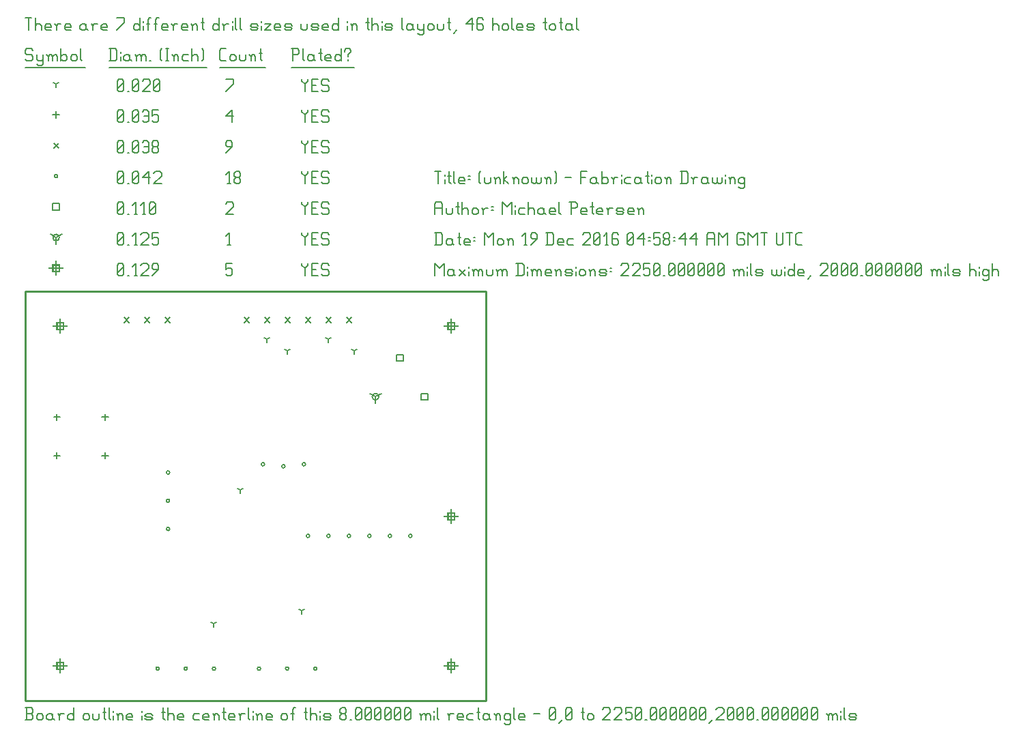
<source format=gbr>
G04 start of page 12 for group -3984 idx -3984 *
G04 Title: (unknown), fab *
G04 Creator: pcb 20140316 *
G04 CreationDate: Mon 19 Dec 2016 04:58:44 AM GMT UTC *
G04 For: railfan *
G04 Format: Gerber/RS-274X *
G04 PCB-Dimensions (mil): 2250.00 2000.00 *
G04 PCB-Coordinate-Origin: lower left *
%MOIN*%
%FSLAX25Y25*%
%LNFAB*%
%ADD69C,0.0100*%
%ADD68C,0.0060*%
%ADD67R,0.0080X0.0080*%
G54D67*X17000Y186200D02*Y179800D01*
X13800Y183000D02*X20200D01*
X15400Y184600D02*X18600D01*
X15400D02*Y181400D01*
X18600D01*
Y184600D02*Y181400D01*
X208000Y186200D02*Y179800D01*
X204800Y183000D02*X211200D01*
X206400Y184600D02*X209600D01*
X206400D02*Y181400D01*
X209600D01*
Y184600D02*Y181400D01*
X208000Y20200D02*Y13800D01*
X204800Y17000D02*X211200D01*
X206400Y18600D02*X209600D01*
X206400D02*Y15400D01*
X209600D01*
Y18600D02*Y15400D01*
X208000Y93200D02*Y86800D01*
X204800Y90000D02*X211200D01*
X206400Y91600D02*X209600D01*
X206400D02*Y88400D01*
X209600D01*
Y91600D02*Y88400D01*
X17000Y20200D02*Y13800D01*
X13800Y17000D02*X20200D01*
X15400Y18600D02*X18600D01*
X15400D02*Y15400D01*
X18600D01*
Y18600D02*Y15400D01*
X15000Y214450D02*Y208050D01*
X11800Y211250D02*X18200D01*
X13400Y212850D02*X16600D01*
X13400D02*Y209650D01*
X16600D01*
Y212850D02*Y209650D01*
G54D68*X135000Y213500D02*Y212750D01*
X136500Y211250D01*
X138000Y212750D01*
Y213500D02*Y212750D01*
X136500Y211250D02*Y207500D01*
X139800Y210500D02*X142050D01*
X139800Y207500D02*X142800D01*
X139800Y213500D02*Y207500D01*
Y213500D02*X142800D01*
X147600D02*X148350Y212750D01*
X145350Y213500D02*X147600D01*
X144600Y212750D02*X145350Y213500D01*
X144600Y212750D02*Y211250D01*
X145350Y210500D01*
X147600D01*
X148350Y209750D01*
Y208250D01*
X147600Y207500D02*X148350Y208250D01*
X145350Y207500D02*X147600D01*
X144600Y208250D02*X145350Y207500D01*
X98000Y213500D02*X101000D01*
X98000D02*Y210500D01*
X98750Y211250D01*
X100250D01*
X101000Y210500D01*
Y208250D01*
X100250Y207500D02*X101000Y208250D01*
X98750Y207500D02*X100250D01*
X98000Y208250D02*X98750Y207500D01*
X45000Y208250D02*X45750Y207500D01*
X45000Y212750D02*Y208250D01*
Y212750D02*X45750Y213500D01*
X47250D01*
X48000Y212750D01*
Y208250D01*
X47250Y207500D02*X48000Y208250D01*
X45750Y207500D02*X47250D01*
X45000Y209000D02*X48000Y212000D01*
X49800Y207500D02*X50550D01*
X53100D02*X54600D01*
X53850Y213500D02*Y207500D01*
X52350Y212000D02*X53850Y213500D01*
X56400Y212750D02*X57150Y213500D01*
X59400D01*
X60150Y212750D01*
Y211250D01*
X56400Y207500D02*X60150Y211250D01*
X56400Y207500D02*X60150D01*
X61950D02*X64950Y210500D01*
Y212750D02*Y210500D01*
X64200Y213500D02*X64950Y212750D01*
X62700Y213500D02*X64200D01*
X61950Y212750D02*X62700Y213500D01*
X61950Y212750D02*Y211250D01*
X62700Y210500D01*
X64950D01*
X171000Y148500D02*Y145300D01*
Y148500D02*X173773Y150100D01*
X171000Y148500D02*X168227Y150100D01*
X169400Y148500D02*G75*G03X172600Y148500I1600J0D01*G01*
G75*G03X169400Y148500I-1600J0D01*G01*
X15000Y226250D02*Y223050D01*
Y226250D02*X17773Y227850D01*
X15000Y226250D02*X12227Y227850D01*
X13400Y226250D02*G75*G03X16600Y226250I1600J0D01*G01*
G75*G03X13400Y226250I-1600J0D01*G01*
X135000Y228500D02*Y227750D01*
X136500Y226250D01*
X138000Y227750D01*
Y228500D02*Y227750D01*
X136500Y226250D02*Y222500D01*
X139800Y225500D02*X142050D01*
X139800Y222500D02*X142800D01*
X139800Y228500D02*Y222500D01*
Y228500D02*X142800D01*
X147600D02*X148350Y227750D01*
X145350Y228500D02*X147600D01*
X144600Y227750D02*X145350Y228500D01*
X144600Y227750D02*Y226250D01*
X145350Y225500D01*
X147600D01*
X148350Y224750D01*
Y223250D01*
X147600Y222500D02*X148350Y223250D01*
X145350Y222500D02*X147600D01*
X144600Y223250D02*X145350Y222500D01*
X98750D02*X100250D01*
X99500Y228500D02*Y222500D01*
X98000Y227000D02*X99500Y228500D01*
X45000Y223250D02*X45750Y222500D01*
X45000Y227750D02*Y223250D01*
Y227750D02*X45750Y228500D01*
X47250D01*
X48000Y227750D01*
Y223250D01*
X47250Y222500D02*X48000Y223250D01*
X45750Y222500D02*X47250D01*
X45000Y224000D02*X48000Y227000D01*
X49800Y222500D02*X50550D01*
X53100D02*X54600D01*
X53850Y228500D02*Y222500D01*
X52350Y227000D02*X53850Y228500D01*
X56400Y227750D02*X57150Y228500D01*
X59400D01*
X60150Y227750D01*
Y226250D01*
X56400Y222500D02*X60150Y226250D01*
X56400Y222500D02*X60150D01*
X61950Y228500D02*X64950D01*
X61950D02*Y225500D01*
X62700Y226250D01*
X64200D01*
X64950Y225500D01*
Y223250D01*
X64200Y222500D02*X64950Y223250D01*
X62700Y222500D02*X64200D01*
X61950Y223250D02*X62700Y222500D01*
X193400Y150100D02*X196600D01*
X193400D02*Y146900D01*
X196600D01*
Y150100D02*Y146900D01*
X181400Y169100D02*X184600D01*
X181400D02*Y165900D01*
X184600D01*
Y169100D02*Y165900D01*
X13400Y242850D02*X16600D01*
X13400D02*Y239650D01*
X16600D01*
Y242850D02*Y239650D01*
X135000Y243500D02*Y242750D01*
X136500Y241250D01*
X138000Y242750D01*
Y243500D02*Y242750D01*
X136500Y241250D02*Y237500D01*
X139800Y240500D02*X142050D01*
X139800Y237500D02*X142800D01*
X139800Y243500D02*Y237500D01*
Y243500D02*X142800D01*
X147600D02*X148350Y242750D01*
X145350Y243500D02*X147600D01*
X144600Y242750D02*X145350Y243500D01*
X144600Y242750D02*Y241250D01*
X145350Y240500D01*
X147600D01*
X148350Y239750D01*
Y238250D01*
X147600Y237500D02*X148350Y238250D01*
X145350Y237500D02*X147600D01*
X144600Y238250D02*X145350Y237500D01*
X98000Y242750D02*X98750Y243500D01*
X101000D01*
X101750Y242750D01*
Y241250D01*
X98000Y237500D02*X101750Y241250D01*
X98000Y237500D02*X101750D01*
X45000Y238250D02*X45750Y237500D01*
X45000Y242750D02*Y238250D01*
Y242750D02*X45750Y243500D01*
X47250D01*
X48000Y242750D01*
Y238250D01*
X47250Y237500D02*X48000Y238250D01*
X45750Y237500D02*X47250D01*
X45000Y239000D02*X48000Y242000D01*
X49800Y237500D02*X50550D01*
X53100D02*X54600D01*
X53850Y243500D02*Y237500D01*
X52350Y242000D02*X53850Y243500D01*
X57150Y237500D02*X58650D01*
X57900Y243500D02*Y237500D01*
X56400Y242000D02*X57900Y243500D01*
X60450Y238250D02*X61200Y237500D01*
X60450Y242750D02*Y238250D01*
Y242750D02*X61200Y243500D01*
X62700D01*
X63450Y242750D01*
Y238250D01*
X62700Y237500D02*X63450Y238250D01*
X61200Y237500D02*X62700D01*
X60450Y239000D02*X63450Y242000D01*
X137200Y80500D02*G75*G03X138800Y80500I800J0D01*G01*
G75*G03X137200Y80500I-800J0D01*G01*
X157200D02*G75*G03X158800Y80500I800J0D01*G01*
G75*G03X157200Y80500I-800J0D01*G01*
X167200D02*G75*G03X168800Y80500I800J0D01*G01*
G75*G03X167200Y80500I-800J0D01*G01*
X177200D02*G75*G03X178800Y80500I800J0D01*G01*
G75*G03X177200Y80500I-800J0D01*G01*
X187200D02*G75*G03X188800Y80500I800J0D01*G01*
G75*G03X187200Y80500I-800J0D01*G01*
X147200D02*G75*G03X148800Y80500I800J0D01*G01*
G75*G03X147200Y80500I-800J0D01*G01*
X115200Y115500D02*G75*G03X116800Y115500I800J0D01*G01*
G75*G03X115200Y115500I-800J0D01*G01*
X135200D02*G75*G03X136800Y115500I800J0D01*G01*
G75*G03X135200Y115500I-800J0D01*G01*
X125200Y114500D02*G75*G03X126800Y114500I800J0D01*G01*
G75*G03X125200Y114500I-800J0D01*G01*
X68873Y111445D02*G75*G03X70473Y111445I800J0D01*G01*
G75*G03X68873Y111445I-800J0D01*G01*
Y97665D02*G75*G03X70473Y97665I800J0D01*G01*
G75*G03X68873Y97665I-800J0D01*G01*
Y83886D02*G75*G03X70473Y83886I800J0D01*G01*
G75*G03X68873Y83886I-800J0D01*G01*
X63755Y15673D02*G75*G03X65355Y15673I800J0D01*G01*
G75*G03X63755Y15673I-800J0D01*G01*
X77535D02*G75*G03X79135Y15673I800J0D01*G01*
G75*G03X77535Y15673I-800J0D01*G01*
X91314D02*G75*G03X92914Y15673I800J0D01*G01*
G75*G03X91314Y15673I-800J0D01*G01*
X113255D02*G75*G03X114855Y15673I800J0D01*G01*
G75*G03X113255Y15673I-800J0D01*G01*
X127035D02*G75*G03X128635Y15673I800J0D01*G01*
G75*G03X127035Y15673I-800J0D01*G01*
X140814D02*G75*G03X142414Y15673I800J0D01*G01*
G75*G03X140814Y15673I-800J0D01*G01*
X14200Y256250D02*G75*G03X15800Y256250I800J0D01*G01*
G75*G03X14200Y256250I-800J0D01*G01*
X135000Y258500D02*Y257750D01*
X136500Y256250D01*
X138000Y257750D01*
Y258500D02*Y257750D01*
X136500Y256250D02*Y252500D01*
X139800Y255500D02*X142050D01*
X139800Y252500D02*X142800D01*
X139800Y258500D02*Y252500D01*
Y258500D02*X142800D01*
X147600D02*X148350Y257750D01*
X145350Y258500D02*X147600D01*
X144600Y257750D02*X145350Y258500D01*
X144600Y257750D02*Y256250D01*
X145350Y255500D01*
X147600D01*
X148350Y254750D01*
Y253250D01*
X147600Y252500D02*X148350Y253250D01*
X145350Y252500D02*X147600D01*
X144600Y253250D02*X145350Y252500D01*
X98750D02*X100250D01*
X99500Y258500D02*Y252500D01*
X98000Y257000D02*X99500Y258500D01*
X102050Y253250D02*X102800Y252500D01*
X102050Y254750D02*Y253250D01*
Y254750D02*X102800Y255500D01*
X104300D01*
X105050Y254750D01*
Y253250D01*
X104300Y252500D02*X105050Y253250D01*
X102800Y252500D02*X104300D01*
X102050Y256250D02*X102800Y255500D01*
X102050Y257750D02*Y256250D01*
Y257750D02*X102800Y258500D01*
X104300D01*
X105050Y257750D01*
Y256250D01*
X104300Y255500D02*X105050Y256250D01*
X45000Y253250D02*X45750Y252500D01*
X45000Y257750D02*Y253250D01*
Y257750D02*X45750Y258500D01*
X47250D01*
X48000Y257750D01*
Y253250D01*
X47250Y252500D02*X48000Y253250D01*
X45750Y252500D02*X47250D01*
X45000Y254000D02*X48000Y257000D01*
X49800Y252500D02*X50550D01*
X52350Y253250D02*X53100Y252500D01*
X52350Y257750D02*Y253250D01*
Y257750D02*X53100Y258500D01*
X54600D01*
X55350Y257750D01*
Y253250D01*
X54600Y252500D02*X55350Y253250D01*
X53100Y252500D02*X54600D01*
X52350Y254000D02*X55350Y257000D01*
X57150Y255500D02*X60150Y258500D01*
X57150Y255500D02*X60900D01*
X60150Y258500D02*Y252500D01*
X62700Y257750D02*X63450Y258500D01*
X65700D01*
X66450Y257750D01*
Y256250D01*
X62700Y252500D02*X66450Y256250D01*
X62700Y252500D02*X66450D01*
X48300Y187200D02*X50700Y184800D01*
X48300D02*X50700Y187200D01*
X58300D02*X60700Y184800D01*
X58300D02*X60700Y187200D01*
X68300D02*X70700Y184800D01*
X68300D02*X70700Y187200D01*
X156800D02*X159200Y184800D01*
X156800D02*X159200Y187200D01*
X146800D02*X149200Y184800D01*
X146800D02*X149200Y187200D01*
X136800D02*X139200Y184800D01*
X136800D02*X139200Y187200D01*
X126800D02*X129200Y184800D01*
X126800D02*X129200Y187200D01*
X116800D02*X119200Y184800D01*
X116800D02*X119200Y187200D01*
X106800D02*X109200Y184800D01*
X106800D02*X109200Y187200D01*
X13800Y272450D02*X16200Y270050D01*
X13800D02*X16200Y272450D01*
X135000Y273500D02*Y272750D01*
X136500Y271250D01*
X138000Y272750D01*
Y273500D02*Y272750D01*
X136500Y271250D02*Y267500D01*
X139800Y270500D02*X142050D01*
X139800Y267500D02*X142800D01*
X139800Y273500D02*Y267500D01*
Y273500D02*X142800D01*
X147600D02*X148350Y272750D01*
X145350Y273500D02*X147600D01*
X144600Y272750D02*X145350Y273500D01*
X144600Y272750D02*Y271250D01*
X145350Y270500D01*
X147600D01*
X148350Y269750D01*
Y268250D01*
X147600Y267500D02*X148350Y268250D01*
X145350Y267500D02*X147600D01*
X144600Y268250D02*X145350Y267500D01*
X98000D02*X101000Y270500D01*
Y272750D02*Y270500D01*
X100250Y273500D02*X101000Y272750D01*
X98750Y273500D02*X100250D01*
X98000Y272750D02*X98750Y273500D01*
X98000Y272750D02*Y271250D01*
X98750Y270500D01*
X101000D01*
X45000Y268250D02*X45750Y267500D01*
X45000Y272750D02*Y268250D01*
Y272750D02*X45750Y273500D01*
X47250D01*
X48000Y272750D01*
Y268250D01*
X47250Y267500D02*X48000Y268250D01*
X45750Y267500D02*X47250D01*
X45000Y269000D02*X48000Y272000D01*
X49800Y267500D02*X50550D01*
X52350Y268250D02*X53100Y267500D01*
X52350Y272750D02*Y268250D01*
Y272750D02*X53100Y273500D01*
X54600D01*
X55350Y272750D01*
Y268250D01*
X54600Y267500D02*X55350Y268250D01*
X53100Y267500D02*X54600D01*
X52350Y269000D02*X55350Y272000D01*
X57150Y272750D02*X57900Y273500D01*
X59400D01*
X60150Y272750D01*
Y268250D01*
X59400Y267500D02*X60150Y268250D01*
X57900Y267500D02*X59400D01*
X57150Y268250D02*X57900Y267500D01*
Y270500D02*X60150D01*
X61950Y268250D02*X62700Y267500D01*
X61950Y269750D02*Y268250D01*
Y269750D02*X62700Y270500D01*
X64200D01*
X64950Y269750D01*
Y268250D01*
X64200Y267500D02*X64950Y268250D01*
X62700Y267500D02*X64200D01*
X61950Y271250D02*X62700Y270500D01*
X61950Y272750D02*Y271250D01*
Y272750D02*X62700Y273500D01*
X64200D01*
X64950Y272750D01*
Y271250D01*
X64200Y270500D02*X64950Y271250D01*
X15400Y121400D02*Y118200D01*
X13800Y119800D02*X17000D01*
X39000Y121400D02*Y118200D01*
X37400Y119800D02*X40600D01*
X15400Y140100D02*Y136900D01*
X13800Y138500D02*X17000D01*
X39000Y140100D02*Y136900D01*
X37400Y138500D02*X40600D01*
X15000Y287850D02*Y284650D01*
X13400Y286250D02*X16600D01*
X135000Y288500D02*Y287750D01*
X136500Y286250D01*
X138000Y287750D01*
Y288500D02*Y287750D01*
X136500Y286250D02*Y282500D01*
X139800Y285500D02*X142050D01*
X139800Y282500D02*X142800D01*
X139800Y288500D02*Y282500D01*
Y288500D02*X142800D01*
X147600D02*X148350Y287750D01*
X145350Y288500D02*X147600D01*
X144600Y287750D02*X145350Y288500D01*
X144600Y287750D02*Y286250D01*
X145350Y285500D01*
X147600D01*
X148350Y284750D01*
Y283250D01*
X147600Y282500D02*X148350Y283250D01*
X145350Y282500D02*X147600D01*
X144600Y283250D02*X145350Y282500D01*
X98000Y285500D02*X101000Y288500D01*
X98000Y285500D02*X101750D01*
X101000Y288500D02*Y282500D01*
X45000Y283250D02*X45750Y282500D01*
X45000Y287750D02*Y283250D01*
Y287750D02*X45750Y288500D01*
X47250D01*
X48000Y287750D01*
Y283250D01*
X47250Y282500D02*X48000Y283250D01*
X45750Y282500D02*X47250D01*
X45000Y284000D02*X48000Y287000D01*
X49800Y282500D02*X50550D01*
X52350Y283250D02*X53100Y282500D01*
X52350Y287750D02*Y283250D01*
Y287750D02*X53100Y288500D01*
X54600D01*
X55350Y287750D01*
Y283250D01*
X54600Y282500D02*X55350Y283250D01*
X53100Y282500D02*X54600D01*
X52350Y284000D02*X55350Y287000D01*
X57150Y287750D02*X57900Y288500D01*
X59400D01*
X60150Y287750D01*
Y283250D01*
X59400Y282500D02*X60150Y283250D01*
X57900Y282500D02*X59400D01*
X57150Y283250D02*X57900Y282500D01*
Y285500D02*X60150D01*
X61950Y288500D02*X64950D01*
X61950D02*Y285500D01*
X62700Y286250D01*
X64200D01*
X64950Y285500D01*
Y283250D01*
X64200Y282500D02*X64950Y283250D01*
X62700Y282500D02*X64200D01*
X61950Y283250D02*X62700Y282500D01*
X148000Y176500D02*Y174900D01*
Y176500D02*X149387Y177300D01*
X148000Y176500D02*X146613Y177300D01*
X118000Y176500D02*Y174900D01*
Y176500D02*X119387Y177300D01*
X118000Y176500D02*X116613Y177300D01*
X128000Y171000D02*Y169400D01*
Y171000D02*X129387Y171800D01*
X128000Y171000D02*X126613Y171800D01*
X160500Y171000D02*Y169400D01*
Y171000D02*X161887Y171800D01*
X160500Y171000D02*X159113Y171800D01*
X105000Y103000D02*Y101400D01*
Y103000D02*X106387Y103800D01*
X105000Y103000D02*X103613Y103800D01*
X92000Y37500D02*Y35900D01*
Y37500D02*X93387Y38300D01*
X92000Y37500D02*X90613Y38300D01*
X135000Y44000D02*Y42400D01*
Y44000D02*X136387Y44800D01*
X135000Y44000D02*X133613Y44800D01*
X15000Y301250D02*Y299650D01*
Y301250D02*X16387Y302050D01*
X15000Y301250D02*X13613Y302050D01*
X135000Y303500D02*Y302750D01*
X136500Y301250D01*
X138000Y302750D01*
Y303500D02*Y302750D01*
X136500Y301250D02*Y297500D01*
X139800Y300500D02*X142050D01*
X139800Y297500D02*X142800D01*
X139800Y303500D02*Y297500D01*
Y303500D02*X142800D01*
X147600D02*X148350Y302750D01*
X145350Y303500D02*X147600D01*
X144600Y302750D02*X145350Y303500D01*
X144600Y302750D02*Y301250D01*
X145350Y300500D01*
X147600D01*
X148350Y299750D01*
Y298250D01*
X147600Y297500D02*X148350Y298250D01*
X145350Y297500D02*X147600D01*
X144600Y298250D02*X145350Y297500D01*
X98000D02*X101750Y301250D01*
Y303500D02*Y301250D01*
X98000Y303500D02*X101750D01*
X45000Y298250D02*X45750Y297500D01*
X45000Y302750D02*Y298250D01*
Y302750D02*X45750Y303500D01*
X47250D01*
X48000Y302750D01*
Y298250D01*
X47250Y297500D02*X48000Y298250D01*
X45750Y297500D02*X47250D01*
X45000Y299000D02*X48000Y302000D01*
X49800Y297500D02*X50550D01*
X52350Y298250D02*X53100Y297500D01*
X52350Y302750D02*Y298250D01*
Y302750D02*X53100Y303500D01*
X54600D01*
X55350Y302750D01*
Y298250D01*
X54600Y297500D02*X55350Y298250D01*
X53100Y297500D02*X54600D01*
X52350Y299000D02*X55350Y302000D01*
X57150Y302750D02*X57900Y303500D01*
X60150D01*
X60900Y302750D01*
Y301250D01*
X57150Y297500D02*X60900Y301250D01*
X57150Y297500D02*X60900D01*
X62700Y298250D02*X63450Y297500D01*
X62700Y302750D02*Y298250D01*
Y302750D02*X63450Y303500D01*
X64950D01*
X65700Y302750D01*
Y298250D01*
X64950Y297500D02*X65700Y298250D01*
X63450Y297500D02*X64950D01*
X62700Y299000D02*X65700Y302000D01*
X3000Y318500D02*X3750Y317750D01*
X750Y318500D02*X3000D01*
X0Y317750D02*X750Y318500D01*
X0Y317750D02*Y316250D01*
X750Y315500D01*
X3000D01*
X3750Y314750D01*
Y313250D01*
X3000Y312500D02*X3750Y313250D01*
X750Y312500D02*X3000D01*
X0Y313250D02*X750Y312500D01*
X5550Y315500D02*Y313250D01*
X6300Y312500D01*
X8550Y315500D02*Y311000D01*
X7800Y310250D02*X8550Y311000D01*
X6300Y310250D02*X7800D01*
X5550Y311000D02*X6300Y310250D01*
Y312500D02*X7800D01*
X8550Y313250D01*
X11100Y314750D02*Y312500D01*
Y314750D02*X11850Y315500D01*
X12600D01*
X13350Y314750D01*
Y312500D01*
Y314750D02*X14100Y315500D01*
X14850D01*
X15600Y314750D01*
Y312500D01*
X10350Y315500D02*X11100Y314750D01*
X17400Y318500D02*Y312500D01*
Y313250D02*X18150Y312500D01*
X19650D01*
X20400Y313250D01*
Y314750D02*Y313250D01*
X19650Y315500D02*X20400Y314750D01*
X18150Y315500D02*X19650D01*
X17400Y314750D02*X18150Y315500D01*
X22200Y314750D02*Y313250D01*
Y314750D02*X22950Y315500D01*
X24450D01*
X25200Y314750D01*
Y313250D01*
X24450Y312500D02*X25200Y313250D01*
X22950Y312500D02*X24450D01*
X22200Y313250D02*X22950Y312500D01*
X27000Y318500D02*Y313250D01*
X27750Y312500D01*
X0Y309250D02*X29250D01*
X41750Y318500D02*Y312500D01*
X44000Y318500D02*X44750Y317750D01*
Y313250D01*
X44000Y312500D02*X44750Y313250D01*
X41000Y312500D02*X44000D01*
X41000Y318500D02*X44000D01*
X46550Y317000D02*Y316250D01*
Y314750D02*Y312500D01*
X50300Y315500D02*X51050Y314750D01*
X48800Y315500D02*X50300D01*
X48050Y314750D02*X48800Y315500D01*
X48050Y314750D02*Y313250D01*
X48800Y312500D01*
X51050Y315500D02*Y313250D01*
X51800Y312500D01*
X48800D02*X50300D01*
X51050Y313250D01*
X54350Y314750D02*Y312500D01*
Y314750D02*X55100Y315500D01*
X55850D01*
X56600Y314750D01*
Y312500D01*
Y314750D02*X57350Y315500D01*
X58100D01*
X58850Y314750D01*
Y312500D01*
X53600Y315500D02*X54350Y314750D01*
X60650Y312500D02*X61400D01*
X65900Y313250D02*X66650Y312500D01*
X65900Y317750D02*X66650Y318500D01*
X65900Y317750D02*Y313250D01*
X68450Y318500D02*X69950D01*
X69200D02*Y312500D01*
X68450D02*X69950D01*
X72500Y314750D02*Y312500D01*
Y314750D02*X73250Y315500D01*
X74000D01*
X74750Y314750D01*
Y312500D01*
X71750Y315500D02*X72500Y314750D01*
X77300Y315500D02*X79550D01*
X76550Y314750D02*X77300Y315500D01*
X76550Y314750D02*Y313250D01*
X77300Y312500D01*
X79550D01*
X81350Y318500D02*Y312500D01*
Y314750D02*X82100Y315500D01*
X83600D01*
X84350Y314750D01*
Y312500D01*
X86150Y318500D02*X86900Y317750D01*
Y313250D01*
X86150Y312500D02*X86900Y313250D01*
X41000Y309250D02*X88700D01*
X95750Y312500D02*X98000D01*
X95000Y313250D02*X95750Y312500D01*
X95000Y317750D02*Y313250D01*
Y317750D02*X95750Y318500D01*
X98000D01*
X99800Y314750D02*Y313250D01*
Y314750D02*X100550Y315500D01*
X102050D01*
X102800Y314750D01*
Y313250D01*
X102050Y312500D02*X102800Y313250D01*
X100550Y312500D02*X102050D01*
X99800Y313250D02*X100550Y312500D01*
X104600Y315500D02*Y313250D01*
X105350Y312500D01*
X106850D01*
X107600Y313250D01*
Y315500D02*Y313250D01*
X110150Y314750D02*Y312500D01*
Y314750D02*X110900Y315500D01*
X111650D01*
X112400Y314750D01*
Y312500D01*
X109400Y315500D02*X110150Y314750D01*
X114950Y318500D02*Y313250D01*
X115700Y312500D01*
X114200Y316250D02*X115700D01*
X95000Y309250D02*X117200D01*
X130750Y318500D02*Y312500D01*
X130000Y318500D02*X133000D01*
X133750Y317750D01*
Y316250D01*
X133000Y315500D02*X133750Y316250D01*
X130750Y315500D02*X133000D01*
X135550Y318500D02*Y313250D01*
X136300Y312500D01*
X140050Y315500D02*X140800Y314750D01*
X138550Y315500D02*X140050D01*
X137800Y314750D02*X138550Y315500D01*
X137800Y314750D02*Y313250D01*
X138550Y312500D01*
X140800Y315500D02*Y313250D01*
X141550Y312500D01*
X138550D02*X140050D01*
X140800Y313250D01*
X144100Y318500D02*Y313250D01*
X144850Y312500D01*
X143350Y316250D02*X144850D01*
X147100Y312500D02*X149350D01*
X146350Y313250D02*X147100Y312500D01*
X146350Y314750D02*Y313250D01*
Y314750D02*X147100Y315500D01*
X148600D01*
X149350Y314750D01*
X146350Y314000D02*X149350D01*
Y314750D02*Y314000D01*
X154150Y318500D02*Y312500D01*
X153400D02*X154150Y313250D01*
X151900Y312500D02*X153400D01*
X151150Y313250D02*X151900Y312500D01*
X151150Y314750D02*Y313250D01*
Y314750D02*X151900Y315500D01*
X153400D01*
X154150Y314750D01*
X157450Y315500D02*Y314750D01*
Y313250D02*Y312500D01*
X155950Y317750D02*Y317000D01*
Y317750D02*X156700Y318500D01*
X158200D01*
X158950Y317750D01*
Y317000D01*
X157450Y315500D02*X158950Y317000D01*
X130000Y309250D02*X160750D01*
X0Y333500D02*X3000D01*
X1500D02*Y327500D01*
X4800Y333500D02*Y327500D01*
Y329750D02*X5550Y330500D01*
X7050D01*
X7800Y329750D01*
Y327500D01*
X10350D02*X12600D01*
X9600Y328250D02*X10350Y327500D01*
X9600Y329750D02*Y328250D01*
Y329750D02*X10350Y330500D01*
X11850D01*
X12600Y329750D01*
X9600Y329000D02*X12600D01*
Y329750D02*Y329000D01*
X15150Y329750D02*Y327500D01*
Y329750D02*X15900Y330500D01*
X17400D01*
X14400D02*X15150Y329750D01*
X19950Y327500D02*X22200D01*
X19200Y328250D02*X19950Y327500D01*
X19200Y329750D02*Y328250D01*
Y329750D02*X19950Y330500D01*
X21450D01*
X22200Y329750D01*
X19200Y329000D02*X22200D01*
Y329750D02*Y329000D01*
X28950Y330500D02*X29700Y329750D01*
X27450Y330500D02*X28950D01*
X26700Y329750D02*X27450Y330500D01*
X26700Y329750D02*Y328250D01*
X27450Y327500D01*
X29700Y330500D02*Y328250D01*
X30450Y327500D01*
X27450D02*X28950D01*
X29700Y328250D01*
X33000Y329750D02*Y327500D01*
Y329750D02*X33750Y330500D01*
X35250D01*
X32250D02*X33000Y329750D01*
X37800Y327500D02*X40050D01*
X37050Y328250D02*X37800Y327500D01*
X37050Y329750D02*Y328250D01*
Y329750D02*X37800Y330500D01*
X39300D01*
X40050Y329750D01*
X37050Y329000D02*X40050D01*
Y329750D02*Y329000D01*
X44550Y327500D02*X48300Y331250D01*
Y333500D02*Y331250D01*
X44550Y333500D02*X48300D01*
X55800D02*Y327500D01*
X55050D02*X55800Y328250D01*
X53550Y327500D02*X55050D01*
X52800Y328250D02*X53550Y327500D01*
X52800Y329750D02*Y328250D01*
Y329750D02*X53550Y330500D01*
X55050D01*
X55800Y329750D01*
X57600Y332000D02*Y331250D01*
Y329750D02*Y327500D01*
X59850Y332750D02*Y327500D01*
Y332750D02*X60600Y333500D01*
X61350D01*
X59100Y330500D02*X60600D01*
X63600Y332750D02*Y327500D01*
Y332750D02*X64350Y333500D01*
X65100D01*
X62850Y330500D02*X64350D01*
X67350Y327500D02*X69600D01*
X66600Y328250D02*X67350Y327500D01*
X66600Y329750D02*Y328250D01*
Y329750D02*X67350Y330500D01*
X68850D01*
X69600Y329750D01*
X66600Y329000D02*X69600D01*
Y329750D02*Y329000D01*
X72150Y329750D02*Y327500D01*
Y329750D02*X72900Y330500D01*
X74400D01*
X71400D02*X72150Y329750D01*
X76950Y327500D02*X79200D01*
X76200Y328250D02*X76950Y327500D01*
X76200Y329750D02*Y328250D01*
Y329750D02*X76950Y330500D01*
X78450D01*
X79200Y329750D01*
X76200Y329000D02*X79200D01*
Y329750D02*Y329000D01*
X81750Y329750D02*Y327500D01*
Y329750D02*X82500Y330500D01*
X83250D01*
X84000Y329750D01*
Y327500D01*
X81000Y330500D02*X81750Y329750D01*
X86550Y333500D02*Y328250D01*
X87300Y327500D01*
X85800Y331250D02*X87300D01*
X94500Y333500D02*Y327500D01*
X93750D02*X94500Y328250D01*
X92250Y327500D02*X93750D01*
X91500Y328250D02*X92250Y327500D01*
X91500Y329750D02*Y328250D01*
Y329750D02*X92250Y330500D01*
X93750D01*
X94500Y329750D01*
X97050D02*Y327500D01*
Y329750D02*X97800Y330500D01*
X99300D01*
X96300D02*X97050Y329750D01*
X101100Y332000D02*Y331250D01*
Y329750D02*Y327500D01*
X102600Y333500D02*Y328250D01*
X103350Y327500D01*
X104850Y333500D02*Y328250D01*
X105600Y327500D01*
X110550D02*X112800D01*
X113550Y328250D01*
X112800Y329000D02*X113550Y328250D01*
X110550Y329000D02*X112800D01*
X109800Y329750D02*X110550Y329000D01*
X109800Y329750D02*X110550Y330500D01*
X112800D01*
X113550Y329750D01*
X109800Y328250D02*X110550Y327500D01*
X115350Y332000D02*Y331250D01*
Y329750D02*Y327500D01*
X116850Y330500D02*X119850D01*
X116850Y327500D02*X119850Y330500D01*
X116850Y327500D02*X119850D01*
X122400D02*X124650D01*
X121650Y328250D02*X122400Y327500D01*
X121650Y329750D02*Y328250D01*
Y329750D02*X122400Y330500D01*
X123900D01*
X124650Y329750D01*
X121650Y329000D02*X124650D01*
Y329750D02*Y329000D01*
X127200Y327500D02*X129450D01*
X130200Y328250D01*
X129450Y329000D02*X130200Y328250D01*
X127200Y329000D02*X129450D01*
X126450Y329750D02*X127200Y329000D01*
X126450Y329750D02*X127200Y330500D01*
X129450D01*
X130200Y329750D01*
X126450Y328250D02*X127200Y327500D01*
X134700Y330500D02*Y328250D01*
X135450Y327500D01*
X136950D01*
X137700Y328250D01*
Y330500D02*Y328250D01*
X140250Y327500D02*X142500D01*
X143250Y328250D01*
X142500Y329000D02*X143250Y328250D01*
X140250Y329000D02*X142500D01*
X139500Y329750D02*X140250Y329000D01*
X139500Y329750D02*X140250Y330500D01*
X142500D01*
X143250Y329750D01*
X139500Y328250D02*X140250Y327500D01*
X145800D02*X148050D01*
X145050Y328250D02*X145800Y327500D01*
X145050Y329750D02*Y328250D01*
Y329750D02*X145800Y330500D01*
X147300D01*
X148050Y329750D01*
X145050Y329000D02*X148050D01*
Y329750D02*Y329000D01*
X152850Y333500D02*Y327500D01*
X152100D02*X152850Y328250D01*
X150600Y327500D02*X152100D01*
X149850Y328250D02*X150600Y327500D01*
X149850Y329750D02*Y328250D01*
Y329750D02*X150600Y330500D01*
X152100D01*
X152850Y329750D01*
X157350Y332000D02*Y331250D01*
Y329750D02*Y327500D01*
X159600Y329750D02*Y327500D01*
Y329750D02*X160350Y330500D01*
X161100D01*
X161850Y329750D01*
Y327500D01*
X158850Y330500D02*X159600Y329750D01*
X167100Y333500D02*Y328250D01*
X167850Y327500D01*
X166350Y331250D02*X167850D01*
X169350Y333500D02*Y327500D01*
Y329750D02*X170100Y330500D01*
X171600D01*
X172350Y329750D01*
Y327500D01*
X174150Y332000D02*Y331250D01*
Y329750D02*Y327500D01*
X176400D02*X178650D01*
X179400Y328250D01*
X178650Y329000D02*X179400Y328250D01*
X176400Y329000D02*X178650D01*
X175650Y329750D02*X176400Y329000D01*
X175650Y329750D02*X176400Y330500D01*
X178650D01*
X179400Y329750D01*
X175650Y328250D02*X176400Y327500D01*
X183900Y333500D02*Y328250D01*
X184650Y327500D01*
X188400Y330500D02*X189150Y329750D01*
X186900Y330500D02*X188400D01*
X186150Y329750D02*X186900Y330500D01*
X186150Y329750D02*Y328250D01*
X186900Y327500D01*
X189150Y330500D02*Y328250D01*
X189900Y327500D01*
X186900D02*X188400D01*
X189150Y328250D01*
X191700Y330500D02*Y328250D01*
X192450Y327500D01*
X194700Y330500D02*Y326000D01*
X193950Y325250D02*X194700Y326000D01*
X192450Y325250D02*X193950D01*
X191700Y326000D02*X192450Y325250D01*
Y327500D02*X193950D01*
X194700Y328250D01*
X196500Y329750D02*Y328250D01*
Y329750D02*X197250Y330500D01*
X198750D01*
X199500Y329750D01*
Y328250D01*
X198750Y327500D02*X199500Y328250D01*
X197250Y327500D02*X198750D01*
X196500Y328250D02*X197250Y327500D01*
X201300Y330500D02*Y328250D01*
X202050Y327500D01*
X203550D01*
X204300Y328250D01*
Y330500D02*Y328250D01*
X206850Y333500D02*Y328250D01*
X207600Y327500D01*
X206100Y331250D02*X207600D01*
X209100Y326000D02*X210600Y327500D01*
X215100Y330500D02*X218100Y333500D01*
X215100Y330500D02*X218850D01*
X218100Y333500D02*Y327500D01*
X222900Y333500D02*X223650Y332750D01*
X221400Y333500D02*X222900D01*
X220650Y332750D02*X221400Y333500D01*
X220650Y332750D02*Y328250D01*
X221400Y327500D01*
X222900Y330500D02*X223650Y329750D01*
X220650Y330500D02*X222900D01*
X221400Y327500D02*X222900D01*
X223650Y328250D01*
Y329750D02*Y328250D01*
X228150Y333500D02*Y327500D01*
Y329750D02*X228900Y330500D01*
X230400D01*
X231150Y329750D01*
Y327500D01*
X232950Y329750D02*Y328250D01*
Y329750D02*X233700Y330500D01*
X235200D01*
X235950Y329750D01*
Y328250D01*
X235200Y327500D02*X235950Y328250D01*
X233700Y327500D02*X235200D01*
X232950Y328250D02*X233700Y327500D01*
X237750Y333500D02*Y328250D01*
X238500Y327500D01*
X240750D02*X243000D01*
X240000Y328250D02*X240750Y327500D01*
X240000Y329750D02*Y328250D01*
Y329750D02*X240750Y330500D01*
X242250D01*
X243000Y329750D01*
X240000Y329000D02*X243000D01*
Y329750D02*Y329000D01*
X245550Y327500D02*X247800D01*
X248550Y328250D01*
X247800Y329000D02*X248550Y328250D01*
X245550Y329000D02*X247800D01*
X244800Y329750D02*X245550Y329000D01*
X244800Y329750D02*X245550Y330500D01*
X247800D01*
X248550Y329750D01*
X244800Y328250D02*X245550Y327500D01*
X253800Y333500D02*Y328250D01*
X254550Y327500D01*
X253050Y331250D02*X254550D01*
X256050Y329750D02*Y328250D01*
Y329750D02*X256800Y330500D01*
X258300D01*
X259050Y329750D01*
Y328250D01*
X258300Y327500D02*X259050Y328250D01*
X256800Y327500D02*X258300D01*
X256050Y328250D02*X256800Y327500D01*
X261600Y333500D02*Y328250D01*
X262350Y327500D01*
X260850Y331250D02*X262350D01*
X266100Y330500D02*X266850Y329750D01*
X264600Y330500D02*X266100D01*
X263850Y329750D02*X264600Y330500D01*
X263850Y329750D02*Y328250D01*
X264600Y327500D01*
X266850Y330500D02*Y328250D01*
X267600Y327500D01*
X264600D02*X266100D01*
X266850Y328250D01*
X269400Y333500D02*Y328250D01*
X270150Y327500D01*
G54D69*X0Y200000D02*X225000D01*
X0D02*Y0D01*
X225000Y200000D02*Y0D01*
X0D02*X225000D01*
G54D68*X200000Y213500D02*Y207500D01*
Y213500D02*X202250Y211250D01*
X204500Y213500D01*
Y207500D01*
X208550Y210500D02*X209300Y209750D01*
X207050Y210500D02*X208550D01*
X206300Y209750D02*X207050Y210500D01*
X206300Y209750D02*Y208250D01*
X207050Y207500D01*
X209300Y210500D02*Y208250D01*
X210050Y207500D01*
X207050D02*X208550D01*
X209300Y208250D01*
X211850Y210500D02*X214850Y207500D01*
X211850D02*X214850Y210500D01*
X216650Y212000D02*Y211250D01*
Y209750D02*Y207500D01*
X218900Y209750D02*Y207500D01*
Y209750D02*X219650Y210500D01*
X220400D01*
X221150Y209750D01*
Y207500D01*
Y209750D02*X221900Y210500D01*
X222650D01*
X223400Y209750D01*
Y207500D01*
X218150Y210500D02*X218900Y209750D01*
X225200Y210500D02*Y208250D01*
X225950Y207500D01*
X227450D01*
X228200Y208250D01*
Y210500D02*Y208250D01*
X230750Y209750D02*Y207500D01*
Y209750D02*X231500Y210500D01*
X232250D01*
X233000Y209750D01*
Y207500D01*
Y209750D02*X233750Y210500D01*
X234500D01*
X235250Y209750D01*
Y207500D01*
X230000Y210500D02*X230750Y209750D01*
X240500Y213500D02*Y207500D01*
X242750Y213500D02*X243500Y212750D01*
Y208250D01*
X242750Y207500D02*X243500Y208250D01*
X239750Y207500D02*X242750D01*
X239750Y213500D02*X242750D01*
X245300Y212000D02*Y211250D01*
Y209750D02*Y207500D01*
X247550Y209750D02*Y207500D01*
Y209750D02*X248300Y210500D01*
X249050D01*
X249800Y209750D01*
Y207500D01*
Y209750D02*X250550Y210500D01*
X251300D01*
X252050Y209750D01*
Y207500D01*
X246800Y210500D02*X247550Y209750D01*
X254600Y207500D02*X256850D01*
X253850Y208250D02*X254600Y207500D01*
X253850Y209750D02*Y208250D01*
Y209750D02*X254600Y210500D01*
X256100D01*
X256850Y209750D01*
X253850Y209000D02*X256850D01*
Y209750D02*Y209000D01*
X259400Y209750D02*Y207500D01*
Y209750D02*X260150Y210500D01*
X260900D01*
X261650Y209750D01*
Y207500D01*
X258650Y210500D02*X259400Y209750D01*
X264200Y207500D02*X266450D01*
X267200Y208250D01*
X266450Y209000D02*X267200Y208250D01*
X264200Y209000D02*X266450D01*
X263450Y209750D02*X264200Y209000D01*
X263450Y209750D02*X264200Y210500D01*
X266450D01*
X267200Y209750D01*
X263450Y208250D02*X264200Y207500D01*
X269000Y212000D02*Y211250D01*
Y209750D02*Y207500D01*
X270500Y209750D02*Y208250D01*
Y209750D02*X271250Y210500D01*
X272750D01*
X273500Y209750D01*
Y208250D01*
X272750Y207500D02*X273500Y208250D01*
X271250Y207500D02*X272750D01*
X270500Y208250D02*X271250Y207500D01*
X276050Y209750D02*Y207500D01*
Y209750D02*X276800Y210500D01*
X277550D01*
X278300Y209750D01*
Y207500D01*
X275300Y210500D02*X276050Y209750D01*
X280850Y207500D02*X283100D01*
X283850Y208250D01*
X283100Y209000D02*X283850Y208250D01*
X280850Y209000D02*X283100D01*
X280100Y209750D02*X280850Y209000D01*
X280100Y209750D02*X280850Y210500D01*
X283100D01*
X283850Y209750D01*
X280100Y208250D02*X280850Y207500D01*
X285650Y211250D02*X286400D01*
X285650Y209750D02*X286400D01*
X290900Y212750D02*X291650Y213500D01*
X293900D01*
X294650Y212750D01*
Y211250D01*
X290900Y207500D02*X294650Y211250D01*
X290900Y207500D02*X294650D01*
X296450Y212750D02*X297200Y213500D01*
X299450D01*
X300200Y212750D01*
Y211250D01*
X296450Y207500D02*X300200Y211250D01*
X296450Y207500D02*X300200D01*
X302000Y213500D02*X305000D01*
X302000D02*Y210500D01*
X302750Y211250D01*
X304250D01*
X305000Y210500D01*
Y208250D01*
X304250Y207500D02*X305000Y208250D01*
X302750Y207500D02*X304250D01*
X302000Y208250D02*X302750Y207500D01*
X306800Y208250D02*X307550Y207500D01*
X306800Y212750D02*Y208250D01*
Y212750D02*X307550Y213500D01*
X309050D01*
X309800Y212750D01*
Y208250D01*
X309050Y207500D02*X309800Y208250D01*
X307550Y207500D02*X309050D01*
X306800Y209000D02*X309800Y212000D01*
X311600Y207500D02*X312350D01*
X314150Y208250D02*X314900Y207500D01*
X314150Y212750D02*Y208250D01*
Y212750D02*X314900Y213500D01*
X316400D01*
X317150Y212750D01*
Y208250D01*
X316400Y207500D02*X317150Y208250D01*
X314900Y207500D02*X316400D01*
X314150Y209000D02*X317150Y212000D01*
X318950Y208250D02*X319700Y207500D01*
X318950Y212750D02*Y208250D01*
Y212750D02*X319700Y213500D01*
X321200D01*
X321950Y212750D01*
Y208250D01*
X321200Y207500D02*X321950Y208250D01*
X319700Y207500D02*X321200D01*
X318950Y209000D02*X321950Y212000D01*
X323750Y208250D02*X324500Y207500D01*
X323750Y212750D02*Y208250D01*
Y212750D02*X324500Y213500D01*
X326000D01*
X326750Y212750D01*
Y208250D01*
X326000Y207500D02*X326750Y208250D01*
X324500Y207500D02*X326000D01*
X323750Y209000D02*X326750Y212000D01*
X328550Y208250D02*X329300Y207500D01*
X328550Y212750D02*Y208250D01*
Y212750D02*X329300Y213500D01*
X330800D01*
X331550Y212750D01*
Y208250D01*
X330800Y207500D02*X331550Y208250D01*
X329300Y207500D02*X330800D01*
X328550Y209000D02*X331550Y212000D01*
X333350Y208250D02*X334100Y207500D01*
X333350Y212750D02*Y208250D01*
Y212750D02*X334100Y213500D01*
X335600D01*
X336350Y212750D01*
Y208250D01*
X335600Y207500D02*X336350Y208250D01*
X334100Y207500D02*X335600D01*
X333350Y209000D02*X336350Y212000D01*
X338150Y208250D02*X338900Y207500D01*
X338150Y212750D02*Y208250D01*
Y212750D02*X338900Y213500D01*
X340400D01*
X341150Y212750D01*
Y208250D01*
X340400Y207500D02*X341150Y208250D01*
X338900Y207500D02*X340400D01*
X338150Y209000D02*X341150Y212000D01*
X346400Y209750D02*Y207500D01*
Y209750D02*X347150Y210500D01*
X347900D01*
X348650Y209750D01*
Y207500D01*
Y209750D02*X349400Y210500D01*
X350150D01*
X350900Y209750D01*
Y207500D01*
X345650Y210500D02*X346400Y209750D01*
X352700Y212000D02*Y211250D01*
Y209750D02*Y207500D01*
X354200Y213500D02*Y208250D01*
X354950Y207500D01*
X357200D02*X359450D01*
X360200Y208250D01*
X359450Y209000D02*X360200Y208250D01*
X357200Y209000D02*X359450D01*
X356450Y209750D02*X357200Y209000D01*
X356450Y209750D02*X357200Y210500D01*
X359450D01*
X360200Y209750D01*
X356450Y208250D02*X357200Y207500D01*
X364700Y210500D02*Y208250D01*
X365450Y207500D01*
X366200D01*
X366950Y208250D01*
Y210500D02*Y208250D01*
X367700Y207500D01*
X368450D01*
X369200Y208250D01*
Y210500D02*Y208250D01*
X371000Y212000D02*Y211250D01*
Y209750D02*Y207500D01*
X375500Y213500D02*Y207500D01*
X374750D02*X375500Y208250D01*
X373250Y207500D02*X374750D01*
X372500Y208250D02*X373250Y207500D01*
X372500Y209750D02*Y208250D01*
Y209750D02*X373250Y210500D01*
X374750D01*
X375500Y209750D01*
X378050Y207500D02*X380300D01*
X377300Y208250D02*X378050Y207500D01*
X377300Y209750D02*Y208250D01*
Y209750D02*X378050Y210500D01*
X379550D01*
X380300Y209750D01*
X377300Y209000D02*X380300D01*
Y209750D02*Y209000D01*
X382100Y206000D02*X383600Y207500D01*
X388100Y212750D02*X388850Y213500D01*
X391100D01*
X391850Y212750D01*
Y211250D01*
X388100Y207500D02*X391850Y211250D01*
X388100Y207500D02*X391850D01*
X393650Y208250D02*X394400Y207500D01*
X393650Y212750D02*Y208250D01*
Y212750D02*X394400Y213500D01*
X395900D01*
X396650Y212750D01*
Y208250D01*
X395900Y207500D02*X396650Y208250D01*
X394400Y207500D02*X395900D01*
X393650Y209000D02*X396650Y212000D01*
X398450Y208250D02*X399200Y207500D01*
X398450Y212750D02*Y208250D01*
Y212750D02*X399200Y213500D01*
X400700D01*
X401450Y212750D01*
Y208250D01*
X400700Y207500D02*X401450Y208250D01*
X399200Y207500D02*X400700D01*
X398450Y209000D02*X401450Y212000D01*
X403250Y208250D02*X404000Y207500D01*
X403250Y212750D02*Y208250D01*
Y212750D02*X404000Y213500D01*
X405500D01*
X406250Y212750D01*
Y208250D01*
X405500Y207500D02*X406250Y208250D01*
X404000Y207500D02*X405500D01*
X403250Y209000D02*X406250Y212000D01*
X408050Y207500D02*X408800D01*
X410600Y208250D02*X411350Y207500D01*
X410600Y212750D02*Y208250D01*
Y212750D02*X411350Y213500D01*
X412850D01*
X413600Y212750D01*
Y208250D01*
X412850Y207500D02*X413600Y208250D01*
X411350Y207500D02*X412850D01*
X410600Y209000D02*X413600Y212000D01*
X415400Y208250D02*X416150Y207500D01*
X415400Y212750D02*Y208250D01*
Y212750D02*X416150Y213500D01*
X417650D01*
X418400Y212750D01*
Y208250D01*
X417650Y207500D02*X418400Y208250D01*
X416150Y207500D02*X417650D01*
X415400Y209000D02*X418400Y212000D01*
X420200Y208250D02*X420950Y207500D01*
X420200Y212750D02*Y208250D01*
Y212750D02*X420950Y213500D01*
X422450D01*
X423200Y212750D01*
Y208250D01*
X422450Y207500D02*X423200Y208250D01*
X420950Y207500D02*X422450D01*
X420200Y209000D02*X423200Y212000D01*
X425000Y208250D02*X425750Y207500D01*
X425000Y212750D02*Y208250D01*
Y212750D02*X425750Y213500D01*
X427250D01*
X428000Y212750D01*
Y208250D01*
X427250Y207500D02*X428000Y208250D01*
X425750Y207500D02*X427250D01*
X425000Y209000D02*X428000Y212000D01*
X429800Y208250D02*X430550Y207500D01*
X429800Y212750D02*Y208250D01*
Y212750D02*X430550Y213500D01*
X432050D01*
X432800Y212750D01*
Y208250D01*
X432050Y207500D02*X432800Y208250D01*
X430550Y207500D02*X432050D01*
X429800Y209000D02*X432800Y212000D01*
X434600Y208250D02*X435350Y207500D01*
X434600Y212750D02*Y208250D01*
Y212750D02*X435350Y213500D01*
X436850D01*
X437600Y212750D01*
Y208250D01*
X436850Y207500D02*X437600Y208250D01*
X435350Y207500D02*X436850D01*
X434600Y209000D02*X437600Y212000D01*
X442850Y209750D02*Y207500D01*
Y209750D02*X443600Y210500D01*
X444350D01*
X445100Y209750D01*
Y207500D01*
Y209750D02*X445850Y210500D01*
X446600D01*
X447350Y209750D01*
Y207500D01*
X442100Y210500D02*X442850Y209750D01*
X449150Y212000D02*Y211250D01*
Y209750D02*Y207500D01*
X450650Y213500D02*Y208250D01*
X451400Y207500D01*
X453650D02*X455900D01*
X456650Y208250D01*
X455900Y209000D02*X456650Y208250D01*
X453650Y209000D02*X455900D01*
X452900Y209750D02*X453650Y209000D01*
X452900Y209750D02*X453650Y210500D01*
X455900D01*
X456650Y209750D01*
X452900Y208250D02*X453650Y207500D01*
X461150Y213500D02*Y207500D01*
Y209750D02*X461900Y210500D01*
X463400D01*
X464150Y209750D01*
Y207500D01*
X465950Y212000D02*Y211250D01*
Y209750D02*Y207500D01*
X469700Y210500D02*X470450Y209750D01*
X468200Y210500D02*X469700D01*
X467450Y209750D02*X468200Y210500D01*
X467450Y209750D02*Y208250D01*
X468200Y207500D01*
X469700D01*
X470450Y208250D01*
X467450Y206000D02*X468200Y205250D01*
X469700D01*
X470450Y206000D01*
Y210500D02*Y206000D01*
X472250Y213500D02*Y207500D01*
Y209750D02*X473000Y210500D01*
X474500D01*
X475250Y209750D01*
Y207500D01*
X0Y-9500D02*X3000D01*
X3750Y-8750D01*
Y-7250D02*Y-8750D01*
X3000Y-6500D02*X3750Y-7250D01*
X750Y-6500D02*X3000D01*
X750Y-3500D02*Y-9500D01*
X0Y-3500D02*X3000D01*
X3750Y-4250D01*
Y-5750D01*
X3000Y-6500D02*X3750Y-5750D01*
X5550Y-7250D02*Y-8750D01*
Y-7250D02*X6300Y-6500D01*
X7800D01*
X8550Y-7250D01*
Y-8750D01*
X7800Y-9500D02*X8550Y-8750D01*
X6300Y-9500D02*X7800D01*
X5550Y-8750D02*X6300Y-9500D01*
X12600Y-6500D02*X13350Y-7250D01*
X11100Y-6500D02*X12600D01*
X10350Y-7250D02*X11100Y-6500D01*
X10350Y-7250D02*Y-8750D01*
X11100Y-9500D01*
X13350Y-6500D02*Y-8750D01*
X14100Y-9500D01*
X11100D02*X12600D01*
X13350Y-8750D01*
X16650Y-7250D02*Y-9500D01*
Y-7250D02*X17400Y-6500D01*
X18900D01*
X15900D02*X16650Y-7250D01*
X23700Y-3500D02*Y-9500D01*
X22950D02*X23700Y-8750D01*
X21450Y-9500D02*X22950D01*
X20700Y-8750D02*X21450Y-9500D01*
X20700Y-7250D02*Y-8750D01*
Y-7250D02*X21450Y-6500D01*
X22950D01*
X23700Y-7250D01*
X28200D02*Y-8750D01*
Y-7250D02*X28950Y-6500D01*
X30450D01*
X31200Y-7250D01*
Y-8750D01*
X30450Y-9500D02*X31200Y-8750D01*
X28950Y-9500D02*X30450D01*
X28200Y-8750D02*X28950Y-9500D01*
X33000Y-6500D02*Y-8750D01*
X33750Y-9500D01*
X35250D01*
X36000Y-8750D01*
Y-6500D02*Y-8750D01*
X38550Y-3500D02*Y-8750D01*
X39300Y-9500D01*
X37800Y-5750D02*X39300D01*
X40800Y-3500D02*Y-8750D01*
X41550Y-9500D01*
X43050Y-5000D02*Y-5750D01*
Y-7250D02*Y-9500D01*
X45300Y-7250D02*Y-9500D01*
Y-7250D02*X46050Y-6500D01*
X46800D01*
X47550Y-7250D01*
Y-9500D01*
X44550Y-6500D02*X45300Y-7250D01*
X50100Y-9500D02*X52350D01*
X49350Y-8750D02*X50100Y-9500D01*
X49350Y-7250D02*Y-8750D01*
Y-7250D02*X50100Y-6500D01*
X51600D01*
X52350Y-7250D01*
X49350Y-8000D02*X52350D01*
Y-7250D02*Y-8000D01*
X56850Y-5000D02*Y-5750D01*
Y-7250D02*Y-9500D01*
X59100D02*X61350D01*
X62100Y-8750D01*
X61350Y-8000D02*X62100Y-8750D01*
X59100Y-8000D02*X61350D01*
X58350Y-7250D02*X59100Y-8000D01*
X58350Y-7250D02*X59100Y-6500D01*
X61350D01*
X62100Y-7250D01*
X58350Y-8750D02*X59100Y-9500D01*
X67350Y-3500D02*Y-8750D01*
X68100Y-9500D01*
X66600Y-5750D02*X68100D01*
X69600Y-3500D02*Y-9500D01*
Y-7250D02*X70350Y-6500D01*
X71850D01*
X72600Y-7250D01*
Y-9500D01*
X75150D02*X77400D01*
X74400Y-8750D02*X75150Y-9500D01*
X74400Y-7250D02*Y-8750D01*
Y-7250D02*X75150Y-6500D01*
X76650D01*
X77400Y-7250D01*
X74400Y-8000D02*X77400D01*
Y-7250D02*Y-8000D01*
X82650Y-6500D02*X84900D01*
X81900Y-7250D02*X82650Y-6500D01*
X81900Y-7250D02*Y-8750D01*
X82650Y-9500D01*
X84900D01*
X87450D02*X89700D01*
X86700Y-8750D02*X87450Y-9500D01*
X86700Y-7250D02*Y-8750D01*
Y-7250D02*X87450Y-6500D01*
X88950D01*
X89700Y-7250D01*
X86700Y-8000D02*X89700D01*
Y-7250D02*Y-8000D01*
X92250Y-7250D02*Y-9500D01*
Y-7250D02*X93000Y-6500D01*
X93750D01*
X94500Y-7250D01*
Y-9500D01*
X91500Y-6500D02*X92250Y-7250D01*
X97050Y-3500D02*Y-8750D01*
X97800Y-9500D01*
X96300Y-5750D02*X97800D01*
X100050Y-9500D02*X102300D01*
X99300Y-8750D02*X100050Y-9500D01*
X99300Y-7250D02*Y-8750D01*
Y-7250D02*X100050Y-6500D01*
X101550D01*
X102300Y-7250D01*
X99300Y-8000D02*X102300D01*
Y-7250D02*Y-8000D01*
X104850Y-7250D02*Y-9500D01*
Y-7250D02*X105600Y-6500D01*
X107100D01*
X104100D02*X104850Y-7250D01*
X108900Y-3500D02*Y-8750D01*
X109650Y-9500D01*
X111150Y-5000D02*Y-5750D01*
Y-7250D02*Y-9500D01*
X113400Y-7250D02*Y-9500D01*
Y-7250D02*X114150Y-6500D01*
X114900D01*
X115650Y-7250D01*
Y-9500D01*
X112650Y-6500D02*X113400Y-7250D01*
X118200Y-9500D02*X120450D01*
X117450Y-8750D02*X118200Y-9500D01*
X117450Y-7250D02*Y-8750D01*
Y-7250D02*X118200Y-6500D01*
X119700D01*
X120450Y-7250D01*
X117450Y-8000D02*X120450D01*
Y-7250D02*Y-8000D01*
X124950Y-7250D02*Y-8750D01*
Y-7250D02*X125700Y-6500D01*
X127200D01*
X127950Y-7250D01*
Y-8750D01*
X127200Y-9500D02*X127950Y-8750D01*
X125700Y-9500D02*X127200D01*
X124950Y-8750D02*X125700Y-9500D01*
X130500Y-4250D02*Y-9500D01*
Y-4250D02*X131250Y-3500D01*
X132000D01*
X129750Y-6500D02*X131250D01*
X136950Y-3500D02*Y-8750D01*
X137700Y-9500D01*
X136200Y-5750D02*X137700D01*
X139200Y-3500D02*Y-9500D01*
Y-7250D02*X139950Y-6500D01*
X141450D01*
X142200Y-7250D01*
Y-9500D01*
X144000Y-5000D02*Y-5750D01*
Y-7250D02*Y-9500D01*
X146250D02*X148500D01*
X149250Y-8750D01*
X148500Y-8000D02*X149250Y-8750D01*
X146250Y-8000D02*X148500D01*
X145500Y-7250D02*X146250Y-8000D01*
X145500Y-7250D02*X146250Y-6500D01*
X148500D01*
X149250Y-7250D01*
X145500Y-8750D02*X146250Y-9500D01*
X153750Y-8750D02*X154500Y-9500D01*
X153750Y-7250D02*Y-8750D01*
Y-7250D02*X154500Y-6500D01*
X156000D01*
X156750Y-7250D01*
Y-8750D01*
X156000Y-9500D02*X156750Y-8750D01*
X154500Y-9500D02*X156000D01*
X153750Y-5750D02*X154500Y-6500D01*
X153750Y-4250D02*Y-5750D01*
Y-4250D02*X154500Y-3500D01*
X156000D01*
X156750Y-4250D01*
Y-5750D01*
X156000Y-6500D02*X156750Y-5750D01*
X158550Y-9500D02*X159300D01*
X161100Y-8750D02*X161850Y-9500D01*
X161100Y-4250D02*Y-8750D01*
Y-4250D02*X161850Y-3500D01*
X163350D01*
X164100Y-4250D01*
Y-8750D01*
X163350Y-9500D02*X164100Y-8750D01*
X161850Y-9500D02*X163350D01*
X161100Y-8000D02*X164100Y-5000D01*
X165900Y-8750D02*X166650Y-9500D01*
X165900Y-4250D02*Y-8750D01*
Y-4250D02*X166650Y-3500D01*
X168150D01*
X168900Y-4250D01*
Y-8750D01*
X168150Y-9500D02*X168900Y-8750D01*
X166650Y-9500D02*X168150D01*
X165900Y-8000D02*X168900Y-5000D01*
X170700Y-8750D02*X171450Y-9500D01*
X170700Y-4250D02*Y-8750D01*
Y-4250D02*X171450Y-3500D01*
X172950D01*
X173700Y-4250D01*
Y-8750D01*
X172950Y-9500D02*X173700Y-8750D01*
X171450Y-9500D02*X172950D01*
X170700Y-8000D02*X173700Y-5000D01*
X175500Y-8750D02*X176250Y-9500D01*
X175500Y-4250D02*Y-8750D01*
Y-4250D02*X176250Y-3500D01*
X177750D01*
X178500Y-4250D01*
Y-8750D01*
X177750Y-9500D02*X178500Y-8750D01*
X176250Y-9500D02*X177750D01*
X175500Y-8000D02*X178500Y-5000D01*
X180300Y-8750D02*X181050Y-9500D01*
X180300Y-4250D02*Y-8750D01*
Y-4250D02*X181050Y-3500D01*
X182550D01*
X183300Y-4250D01*
Y-8750D01*
X182550Y-9500D02*X183300Y-8750D01*
X181050Y-9500D02*X182550D01*
X180300Y-8000D02*X183300Y-5000D01*
X185100Y-8750D02*X185850Y-9500D01*
X185100Y-4250D02*Y-8750D01*
Y-4250D02*X185850Y-3500D01*
X187350D01*
X188100Y-4250D01*
Y-8750D01*
X187350Y-9500D02*X188100Y-8750D01*
X185850Y-9500D02*X187350D01*
X185100Y-8000D02*X188100Y-5000D01*
X193350Y-7250D02*Y-9500D01*
Y-7250D02*X194100Y-6500D01*
X194850D01*
X195600Y-7250D01*
Y-9500D01*
Y-7250D02*X196350Y-6500D01*
X197100D01*
X197850Y-7250D01*
Y-9500D01*
X192600Y-6500D02*X193350Y-7250D01*
X199650Y-5000D02*Y-5750D01*
Y-7250D02*Y-9500D01*
X201150Y-3500D02*Y-8750D01*
X201900Y-9500D01*
X206850Y-7250D02*Y-9500D01*
Y-7250D02*X207600Y-6500D01*
X209100D01*
X206100D02*X206850Y-7250D01*
X211650Y-9500D02*X213900D01*
X210900Y-8750D02*X211650Y-9500D01*
X210900Y-7250D02*Y-8750D01*
Y-7250D02*X211650Y-6500D01*
X213150D01*
X213900Y-7250D01*
X210900Y-8000D02*X213900D01*
Y-7250D02*Y-8000D01*
X216450Y-6500D02*X218700D01*
X215700Y-7250D02*X216450Y-6500D01*
X215700Y-7250D02*Y-8750D01*
X216450Y-9500D01*
X218700D01*
X221250Y-3500D02*Y-8750D01*
X222000Y-9500D01*
X220500Y-5750D02*X222000D01*
X225750Y-6500D02*X226500Y-7250D01*
X224250Y-6500D02*X225750D01*
X223500Y-7250D02*X224250Y-6500D01*
X223500Y-7250D02*Y-8750D01*
X224250Y-9500D01*
X226500Y-6500D02*Y-8750D01*
X227250Y-9500D01*
X224250D02*X225750D01*
X226500Y-8750D01*
X229800Y-7250D02*Y-9500D01*
Y-7250D02*X230550Y-6500D01*
X231300D01*
X232050Y-7250D01*
Y-9500D01*
X229050Y-6500D02*X229800Y-7250D01*
X236100Y-6500D02*X236850Y-7250D01*
X234600Y-6500D02*X236100D01*
X233850Y-7250D02*X234600Y-6500D01*
X233850Y-7250D02*Y-8750D01*
X234600Y-9500D01*
X236100D01*
X236850Y-8750D01*
X233850Y-11000D02*X234600Y-11750D01*
X236100D01*
X236850Y-11000D01*
Y-6500D02*Y-11000D01*
X238650Y-3500D02*Y-8750D01*
X239400Y-9500D01*
X241650D02*X243900D01*
X240900Y-8750D02*X241650Y-9500D01*
X240900Y-7250D02*Y-8750D01*
Y-7250D02*X241650Y-6500D01*
X243150D01*
X243900Y-7250D01*
X240900Y-8000D02*X243900D01*
Y-7250D02*Y-8000D01*
X248400Y-6500D02*X251400D01*
X255900Y-8750D02*X256650Y-9500D01*
X255900Y-4250D02*Y-8750D01*
Y-4250D02*X256650Y-3500D01*
X258150D01*
X258900Y-4250D01*
Y-8750D01*
X258150Y-9500D02*X258900Y-8750D01*
X256650Y-9500D02*X258150D01*
X255900Y-8000D02*X258900Y-5000D01*
X260700Y-11000D02*X262200Y-9500D01*
X264000Y-8750D02*X264750Y-9500D01*
X264000Y-4250D02*Y-8750D01*
Y-4250D02*X264750Y-3500D01*
X266250D01*
X267000Y-4250D01*
Y-8750D01*
X266250Y-9500D02*X267000Y-8750D01*
X264750Y-9500D02*X266250D01*
X264000Y-8000D02*X267000Y-5000D01*
X272250Y-3500D02*Y-8750D01*
X273000Y-9500D01*
X271500Y-5750D02*X273000D01*
X274500Y-7250D02*Y-8750D01*
Y-7250D02*X275250Y-6500D01*
X276750D01*
X277500Y-7250D01*
Y-8750D01*
X276750Y-9500D02*X277500Y-8750D01*
X275250Y-9500D02*X276750D01*
X274500Y-8750D02*X275250Y-9500D01*
X282000Y-4250D02*X282750Y-3500D01*
X285000D01*
X285750Y-4250D01*
Y-5750D01*
X282000Y-9500D02*X285750Y-5750D01*
X282000Y-9500D02*X285750D01*
X287550Y-4250D02*X288300Y-3500D01*
X290550D01*
X291300Y-4250D01*
Y-5750D01*
X287550Y-9500D02*X291300Y-5750D01*
X287550Y-9500D02*X291300D01*
X293100Y-3500D02*X296100D01*
X293100D02*Y-6500D01*
X293850Y-5750D01*
X295350D01*
X296100Y-6500D01*
Y-8750D01*
X295350Y-9500D02*X296100Y-8750D01*
X293850Y-9500D02*X295350D01*
X293100Y-8750D02*X293850Y-9500D01*
X297900Y-8750D02*X298650Y-9500D01*
X297900Y-4250D02*Y-8750D01*
Y-4250D02*X298650Y-3500D01*
X300150D01*
X300900Y-4250D01*
Y-8750D01*
X300150Y-9500D02*X300900Y-8750D01*
X298650Y-9500D02*X300150D01*
X297900Y-8000D02*X300900Y-5000D01*
X302700Y-9500D02*X303450D01*
X305250Y-8750D02*X306000Y-9500D01*
X305250Y-4250D02*Y-8750D01*
Y-4250D02*X306000Y-3500D01*
X307500D01*
X308250Y-4250D01*
Y-8750D01*
X307500Y-9500D02*X308250Y-8750D01*
X306000Y-9500D02*X307500D01*
X305250Y-8000D02*X308250Y-5000D01*
X310050Y-8750D02*X310800Y-9500D01*
X310050Y-4250D02*Y-8750D01*
Y-4250D02*X310800Y-3500D01*
X312300D01*
X313050Y-4250D01*
Y-8750D01*
X312300Y-9500D02*X313050Y-8750D01*
X310800Y-9500D02*X312300D01*
X310050Y-8000D02*X313050Y-5000D01*
X314850Y-8750D02*X315600Y-9500D01*
X314850Y-4250D02*Y-8750D01*
Y-4250D02*X315600Y-3500D01*
X317100D01*
X317850Y-4250D01*
Y-8750D01*
X317100Y-9500D02*X317850Y-8750D01*
X315600Y-9500D02*X317100D01*
X314850Y-8000D02*X317850Y-5000D01*
X319650Y-8750D02*X320400Y-9500D01*
X319650Y-4250D02*Y-8750D01*
Y-4250D02*X320400Y-3500D01*
X321900D01*
X322650Y-4250D01*
Y-8750D01*
X321900Y-9500D02*X322650Y-8750D01*
X320400Y-9500D02*X321900D01*
X319650Y-8000D02*X322650Y-5000D01*
X324450Y-8750D02*X325200Y-9500D01*
X324450Y-4250D02*Y-8750D01*
Y-4250D02*X325200Y-3500D01*
X326700D01*
X327450Y-4250D01*
Y-8750D01*
X326700Y-9500D02*X327450Y-8750D01*
X325200Y-9500D02*X326700D01*
X324450Y-8000D02*X327450Y-5000D01*
X329250Y-8750D02*X330000Y-9500D01*
X329250Y-4250D02*Y-8750D01*
Y-4250D02*X330000Y-3500D01*
X331500D01*
X332250Y-4250D01*
Y-8750D01*
X331500Y-9500D02*X332250Y-8750D01*
X330000Y-9500D02*X331500D01*
X329250Y-8000D02*X332250Y-5000D01*
X334050Y-11000D02*X335550Y-9500D01*
X337350Y-4250D02*X338100Y-3500D01*
X340350D01*
X341100Y-4250D01*
Y-5750D01*
X337350Y-9500D02*X341100Y-5750D01*
X337350Y-9500D02*X341100D01*
X342900Y-8750D02*X343650Y-9500D01*
X342900Y-4250D02*Y-8750D01*
Y-4250D02*X343650Y-3500D01*
X345150D01*
X345900Y-4250D01*
Y-8750D01*
X345150Y-9500D02*X345900Y-8750D01*
X343650Y-9500D02*X345150D01*
X342900Y-8000D02*X345900Y-5000D01*
X347700Y-8750D02*X348450Y-9500D01*
X347700Y-4250D02*Y-8750D01*
Y-4250D02*X348450Y-3500D01*
X349950D01*
X350700Y-4250D01*
Y-8750D01*
X349950Y-9500D02*X350700Y-8750D01*
X348450Y-9500D02*X349950D01*
X347700Y-8000D02*X350700Y-5000D01*
X352500Y-8750D02*X353250Y-9500D01*
X352500Y-4250D02*Y-8750D01*
Y-4250D02*X353250Y-3500D01*
X354750D01*
X355500Y-4250D01*
Y-8750D01*
X354750Y-9500D02*X355500Y-8750D01*
X353250Y-9500D02*X354750D01*
X352500Y-8000D02*X355500Y-5000D01*
X357300Y-9500D02*X358050D01*
X359850Y-8750D02*X360600Y-9500D01*
X359850Y-4250D02*Y-8750D01*
Y-4250D02*X360600Y-3500D01*
X362100D01*
X362850Y-4250D01*
Y-8750D01*
X362100Y-9500D02*X362850Y-8750D01*
X360600Y-9500D02*X362100D01*
X359850Y-8000D02*X362850Y-5000D01*
X364650Y-8750D02*X365400Y-9500D01*
X364650Y-4250D02*Y-8750D01*
Y-4250D02*X365400Y-3500D01*
X366900D01*
X367650Y-4250D01*
Y-8750D01*
X366900Y-9500D02*X367650Y-8750D01*
X365400Y-9500D02*X366900D01*
X364650Y-8000D02*X367650Y-5000D01*
X369450Y-8750D02*X370200Y-9500D01*
X369450Y-4250D02*Y-8750D01*
Y-4250D02*X370200Y-3500D01*
X371700D01*
X372450Y-4250D01*
Y-8750D01*
X371700Y-9500D02*X372450Y-8750D01*
X370200Y-9500D02*X371700D01*
X369450Y-8000D02*X372450Y-5000D01*
X374250Y-8750D02*X375000Y-9500D01*
X374250Y-4250D02*Y-8750D01*
Y-4250D02*X375000Y-3500D01*
X376500D01*
X377250Y-4250D01*
Y-8750D01*
X376500Y-9500D02*X377250Y-8750D01*
X375000Y-9500D02*X376500D01*
X374250Y-8000D02*X377250Y-5000D01*
X379050Y-8750D02*X379800Y-9500D01*
X379050Y-4250D02*Y-8750D01*
Y-4250D02*X379800Y-3500D01*
X381300D01*
X382050Y-4250D01*
Y-8750D01*
X381300Y-9500D02*X382050Y-8750D01*
X379800Y-9500D02*X381300D01*
X379050Y-8000D02*X382050Y-5000D01*
X383850Y-8750D02*X384600Y-9500D01*
X383850Y-4250D02*Y-8750D01*
Y-4250D02*X384600Y-3500D01*
X386100D01*
X386850Y-4250D01*
Y-8750D01*
X386100Y-9500D02*X386850Y-8750D01*
X384600Y-9500D02*X386100D01*
X383850Y-8000D02*X386850Y-5000D01*
X392100Y-7250D02*Y-9500D01*
Y-7250D02*X392850Y-6500D01*
X393600D01*
X394350Y-7250D01*
Y-9500D01*
Y-7250D02*X395100Y-6500D01*
X395850D01*
X396600Y-7250D01*
Y-9500D01*
X391350Y-6500D02*X392100Y-7250D01*
X398400Y-5000D02*Y-5750D01*
Y-7250D02*Y-9500D01*
X399900Y-3500D02*Y-8750D01*
X400650Y-9500D01*
X402900D02*X405150D01*
X405900Y-8750D01*
X405150Y-8000D02*X405900Y-8750D01*
X402900Y-8000D02*X405150D01*
X402150Y-7250D02*X402900Y-8000D01*
X402150Y-7250D02*X402900Y-6500D01*
X405150D01*
X405900Y-7250D01*
X402150Y-8750D02*X402900Y-9500D01*
X200750Y228500D02*Y222500D01*
X203000Y228500D02*X203750Y227750D01*
Y223250D01*
X203000Y222500D02*X203750Y223250D01*
X200000Y222500D02*X203000D01*
X200000Y228500D02*X203000D01*
X207800Y225500D02*X208550Y224750D01*
X206300Y225500D02*X207800D01*
X205550Y224750D02*X206300Y225500D01*
X205550Y224750D02*Y223250D01*
X206300Y222500D01*
X208550Y225500D02*Y223250D01*
X209300Y222500D01*
X206300D02*X207800D01*
X208550Y223250D01*
X211850Y228500D02*Y223250D01*
X212600Y222500D01*
X211100Y226250D02*X212600D01*
X214850Y222500D02*X217100D01*
X214100Y223250D02*X214850Y222500D01*
X214100Y224750D02*Y223250D01*
Y224750D02*X214850Y225500D01*
X216350D01*
X217100Y224750D01*
X214100Y224000D02*X217100D01*
Y224750D02*Y224000D01*
X218900Y226250D02*X219650D01*
X218900Y224750D02*X219650D01*
X224150Y228500D02*Y222500D01*
Y228500D02*X226400Y226250D01*
X228650Y228500D01*
Y222500D01*
X230450Y224750D02*Y223250D01*
Y224750D02*X231200Y225500D01*
X232700D01*
X233450Y224750D01*
Y223250D01*
X232700Y222500D02*X233450Y223250D01*
X231200Y222500D02*X232700D01*
X230450Y223250D02*X231200Y222500D01*
X236000Y224750D02*Y222500D01*
Y224750D02*X236750Y225500D01*
X237500D01*
X238250Y224750D01*
Y222500D01*
X235250Y225500D02*X236000Y224750D01*
X243500Y222500D02*X245000D01*
X244250Y228500D02*Y222500D01*
X242750Y227000D02*X244250Y228500D01*
X246800Y222500D02*X249800Y225500D01*
Y227750D02*Y225500D01*
X249050Y228500D02*X249800Y227750D01*
X247550Y228500D02*X249050D01*
X246800Y227750D02*X247550Y228500D01*
X246800Y227750D02*Y226250D01*
X247550Y225500D01*
X249800D01*
X255050Y228500D02*Y222500D01*
X257300Y228500D02*X258050Y227750D01*
Y223250D01*
X257300Y222500D02*X258050Y223250D01*
X254300Y222500D02*X257300D01*
X254300Y228500D02*X257300D01*
X260600Y222500D02*X262850D01*
X259850Y223250D02*X260600Y222500D01*
X259850Y224750D02*Y223250D01*
Y224750D02*X260600Y225500D01*
X262100D01*
X262850Y224750D01*
X259850Y224000D02*X262850D01*
Y224750D02*Y224000D01*
X265400Y225500D02*X267650D01*
X264650Y224750D02*X265400Y225500D01*
X264650Y224750D02*Y223250D01*
X265400Y222500D01*
X267650D01*
X272150Y227750D02*X272900Y228500D01*
X275150D01*
X275900Y227750D01*
Y226250D01*
X272150Y222500D02*X275900Y226250D01*
X272150Y222500D02*X275900D01*
X277700Y223250D02*X278450Y222500D01*
X277700Y227750D02*Y223250D01*
Y227750D02*X278450Y228500D01*
X279950D01*
X280700Y227750D01*
Y223250D01*
X279950Y222500D02*X280700Y223250D01*
X278450Y222500D02*X279950D01*
X277700Y224000D02*X280700Y227000D01*
X283250Y222500D02*X284750D01*
X284000Y228500D02*Y222500D01*
X282500Y227000D02*X284000Y228500D01*
X288800D02*X289550Y227750D01*
X287300Y228500D02*X288800D01*
X286550Y227750D02*X287300Y228500D01*
X286550Y227750D02*Y223250D01*
X287300Y222500D01*
X288800Y225500D02*X289550Y224750D01*
X286550Y225500D02*X288800D01*
X287300Y222500D02*X288800D01*
X289550Y223250D01*
Y224750D02*Y223250D01*
X294050D02*X294800Y222500D01*
X294050Y227750D02*Y223250D01*
Y227750D02*X294800Y228500D01*
X296300D01*
X297050Y227750D01*
Y223250D01*
X296300Y222500D02*X297050Y223250D01*
X294800Y222500D02*X296300D01*
X294050Y224000D02*X297050Y227000D01*
X298850Y225500D02*X301850Y228500D01*
X298850Y225500D02*X302600D01*
X301850Y228500D02*Y222500D01*
X304400Y226250D02*X305150D01*
X304400Y224750D02*X305150D01*
X306950Y228500D02*X309950D01*
X306950D02*Y225500D01*
X307700Y226250D01*
X309200D01*
X309950Y225500D01*
Y223250D01*
X309200Y222500D02*X309950Y223250D01*
X307700Y222500D02*X309200D01*
X306950Y223250D02*X307700Y222500D01*
X311750Y223250D02*X312500Y222500D01*
X311750Y224750D02*Y223250D01*
Y224750D02*X312500Y225500D01*
X314000D01*
X314750Y224750D01*
Y223250D01*
X314000Y222500D02*X314750Y223250D01*
X312500Y222500D02*X314000D01*
X311750Y226250D02*X312500Y225500D01*
X311750Y227750D02*Y226250D01*
Y227750D02*X312500Y228500D01*
X314000D01*
X314750Y227750D01*
Y226250D01*
X314000Y225500D02*X314750Y226250D01*
X316550D02*X317300D01*
X316550Y224750D02*X317300D01*
X319100Y225500D02*X322100Y228500D01*
X319100Y225500D02*X322850D01*
X322100Y228500D02*Y222500D01*
X324650Y225500D02*X327650Y228500D01*
X324650Y225500D02*X328400D01*
X327650Y228500D02*Y222500D01*
X332900Y227750D02*Y222500D01*
Y227750D02*X333650Y228500D01*
X335900D01*
X336650Y227750D01*
Y222500D01*
X332900Y225500D02*X336650D01*
X338450Y228500D02*Y222500D01*
Y228500D02*X340700Y226250D01*
X342950Y228500D01*
Y222500D01*
X350450Y228500D02*X351200Y227750D01*
X348200Y228500D02*X350450D01*
X347450Y227750D02*X348200Y228500D01*
X347450Y227750D02*Y223250D01*
X348200Y222500D01*
X350450D01*
X351200Y223250D01*
Y224750D02*Y223250D01*
X350450Y225500D02*X351200Y224750D01*
X348950Y225500D02*X350450D01*
X353000Y228500D02*Y222500D01*
Y228500D02*X355250Y226250D01*
X357500Y228500D01*
Y222500D01*
X359300Y228500D02*X362300D01*
X360800D02*Y222500D01*
X366800Y228500D02*Y223250D01*
X367550Y222500D01*
X369050D01*
X369800Y223250D01*
Y228500D02*Y223250D01*
X371600Y228500D02*X374600D01*
X373100D02*Y222500D01*
X377150D02*X379400D01*
X376400Y223250D02*X377150Y222500D01*
X376400Y227750D02*Y223250D01*
Y227750D02*X377150Y228500D01*
X379400D01*
X200000Y242750D02*Y237500D01*
Y242750D02*X200750Y243500D01*
X203000D01*
X203750Y242750D01*
Y237500D01*
X200000Y240500D02*X203750D01*
X205550D02*Y238250D01*
X206300Y237500D01*
X207800D01*
X208550Y238250D01*
Y240500D02*Y238250D01*
X211100Y243500D02*Y238250D01*
X211850Y237500D01*
X210350Y241250D02*X211850D01*
X213350Y243500D02*Y237500D01*
Y239750D02*X214100Y240500D01*
X215600D01*
X216350Y239750D01*
Y237500D01*
X218150Y239750D02*Y238250D01*
Y239750D02*X218900Y240500D01*
X220400D01*
X221150Y239750D01*
Y238250D01*
X220400Y237500D02*X221150Y238250D01*
X218900Y237500D02*X220400D01*
X218150Y238250D02*X218900Y237500D01*
X223700Y239750D02*Y237500D01*
Y239750D02*X224450Y240500D01*
X225950D01*
X222950D02*X223700Y239750D01*
X227750Y241250D02*X228500D01*
X227750Y239750D02*X228500D01*
X233000Y243500D02*Y237500D01*
Y243500D02*X235250Y241250D01*
X237500Y243500D01*
Y237500D01*
X239300Y242000D02*Y241250D01*
Y239750D02*Y237500D01*
X241550Y240500D02*X243800D01*
X240800Y239750D02*X241550Y240500D01*
X240800Y239750D02*Y238250D01*
X241550Y237500D01*
X243800D01*
X245600Y243500D02*Y237500D01*
Y239750D02*X246350Y240500D01*
X247850D01*
X248600Y239750D01*
Y237500D01*
X252650Y240500D02*X253400Y239750D01*
X251150Y240500D02*X252650D01*
X250400Y239750D02*X251150Y240500D01*
X250400Y239750D02*Y238250D01*
X251150Y237500D01*
X253400Y240500D02*Y238250D01*
X254150Y237500D01*
X251150D02*X252650D01*
X253400Y238250D01*
X256700Y237500D02*X258950D01*
X255950Y238250D02*X256700Y237500D01*
X255950Y239750D02*Y238250D01*
Y239750D02*X256700Y240500D01*
X258200D01*
X258950Y239750D01*
X255950Y239000D02*X258950D01*
Y239750D02*Y239000D01*
X260750Y243500D02*Y238250D01*
X261500Y237500D01*
X266450Y243500D02*Y237500D01*
X265700Y243500D02*X268700D01*
X269450Y242750D01*
Y241250D01*
X268700Y240500D02*X269450Y241250D01*
X266450Y240500D02*X268700D01*
X272000Y237500D02*X274250D01*
X271250Y238250D02*X272000Y237500D01*
X271250Y239750D02*Y238250D01*
Y239750D02*X272000Y240500D01*
X273500D01*
X274250Y239750D01*
X271250Y239000D02*X274250D01*
Y239750D02*Y239000D01*
X276800Y243500D02*Y238250D01*
X277550Y237500D01*
X276050Y241250D02*X277550D01*
X279800Y237500D02*X282050D01*
X279050Y238250D02*X279800Y237500D01*
X279050Y239750D02*Y238250D01*
Y239750D02*X279800Y240500D01*
X281300D01*
X282050Y239750D01*
X279050Y239000D02*X282050D01*
Y239750D02*Y239000D01*
X284600Y239750D02*Y237500D01*
Y239750D02*X285350Y240500D01*
X286850D01*
X283850D02*X284600Y239750D01*
X289400Y237500D02*X291650D01*
X292400Y238250D01*
X291650Y239000D02*X292400Y238250D01*
X289400Y239000D02*X291650D01*
X288650Y239750D02*X289400Y239000D01*
X288650Y239750D02*X289400Y240500D01*
X291650D01*
X292400Y239750D01*
X288650Y238250D02*X289400Y237500D01*
X294950D02*X297200D01*
X294200Y238250D02*X294950Y237500D01*
X294200Y239750D02*Y238250D01*
Y239750D02*X294950Y240500D01*
X296450D01*
X297200Y239750D01*
X294200Y239000D02*X297200D01*
Y239750D02*Y239000D01*
X299750Y239750D02*Y237500D01*
Y239750D02*X300500Y240500D01*
X301250D01*
X302000Y239750D01*
Y237500D01*
X299000Y240500D02*X299750Y239750D01*
X200000Y258500D02*X203000D01*
X201500D02*Y252500D01*
X204800Y257000D02*Y256250D01*
Y254750D02*Y252500D01*
X207050Y258500D02*Y253250D01*
X207800Y252500D01*
X206300Y256250D02*X207800D01*
X209300Y258500D02*Y253250D01*
X210050Y252500D01*
X212300D02*X214550D01*
X211550Y253250D02*X212300Y252500D01*
X211550Y254750D02*Y253250D01*
Y254750D02*X212300Y255500D01*
X213800D01*
X214550Y254750D01*
X211550Y254000D02*X214550D01*
Y254750D02*Y254000D01*
X216350Y256250D02*X217100D01*
X216350Y254750D02*X217100D01*
X221600Y253250D02*X222350Y252500D01*
X221600Y257750D02*X222350Y258500D01*
X221600Y257750D02*Y253250D01*
X224150Y255500D02*Y253250D01*
X224900Y252500D01*
X226400D01*
X227150Y253250D01*
Y255500D02*Y253250D01*
X229700Y254750D02*Y252500D01*
Y254750D02*X230450Y255500D01*
X231200D01*
X231950Y254750D01*
Y252500D01*
X228950Y255500D02*X229700Y254750D01*
X233750Y258500D02*Y252500D01*
Y254750D02*X236000Y252500D01*
X233750Y254750D02*X235250Y256250D01*
X238550Y254750D02*Y252500D01*
Y254750D02*X239300Y255500D01*
X240050D01*
X240800Y254750D01*
Y252500D01*
X237800Y255500D02*X238550Y254750D01*
X242600D02*Y253250D01*
Y254750D02*X243350Y255500D01*
X244850D01*
X245600Y254750D01*
Y253250D01*
X244850Y252500D02*X245600Y253250D01*
X243350Y252500D02*X244850D01*
X242600Y253250D02*X243350Y252500D01*
X247400Y255500D02*Y253250D01*
X248150Y252500D01*
X248900D01*
X249650Y253250D01*
Y255500D02*Y253250D01*
X250400Y252500D01*
X251150D01*
X251900Y253250D01*
Y255500D02*Y253250D01*
X254450Y254750D02*Y252500D01*
Y254750D02*X255200Y255500D01*
X255950D01*
X256700Y254750D01*
Y252500D01*
X253700Y255500D02*X254450Y254750D01*
X258500Y258500D02*X259250Y257750D01*
Y253250D01*
X258500Y252500D02*X259250Y253250D01*
X263750Y255500D02*X266750D01*
X271250Y258500D02*Y252500D01*
Y258500D02*X274250D01*
X271250Y255500D02*X273500D01*
X278300D02*X279050Y254750D01*
X276800Y255500D02*X278300D01*
X276050Y254750D02*X276800Y255500D01*
X276050Y254750D02*Y253250D01*
X276800Y252500D01*
X279050Y255500D02*Y253250D01*
X279800Y252500D01*
X276800D02*X278300D01*
X279050Y253250D01*
X281600Y258500D02*Y252500D01*
Y253250D02*X282350Y252500D01*
X283850D01*
X284600Y253250D01*
Y254750D02*Y253250D01*
X283850Y255500D02*X284600Y254750D01*
X282350Y255500D02*X283850D01*
X281600Y254750D02*X282350Y255500D01*
X287150Y254750D02*Y252500D01*
Y254750D02*X287900Y255500D01*
X289400D01*
X286400D02*X287150Y254750D01*
X291200Y257000D02*Y256250D01*
Y254750D02*Y252500D01*
X293450Y255500D02*X295700D01*
X292700Y254750D02*X293450Y255500D01*
X292700Y254750D02*Y253250D01*
X293450Y252500D01*
X295700D01*
X299750Y255500D02*X300500Y254750D01*
X298250Y255500D02*X299750D01*
X297500Y254750D02*X298250Y255500D01*
X297500Y254750D02*Y253250D01*
X298250Y252500D01*
X300500Y255500D02*Y253250D01*
X301250Y252500D01*
X298250D02*X299750D01*
X300500Y253250D01*
X303800Y258500D02*Y253250D01*
X304550Y252500D01*
X303050Y256250D02*X304550D01*
X306050Y257000D02*Y256250D01*
Y254750D02*Y252500D01*
X307550Y254750D02*Y253250D01*
Y254750D02*X308300Y255500D01*
X309800D01*
X310550Y254750D01*
Y253250D01*
X309800Y252500D02*X310550Y253250D01*
X308300Y252500D02*X309800D01*
X307550Y253250D02*X308300Y252500D01*
X313100Y254750D02*Y252500D01*
Y254750D02*X313850Y255500D01*
X314600D01*
X315350Y254750D01*
Y252500D01*
X312350Y255500D02*X313100Y254750D01*
X320600Y258500D02*Y252500D01*
X322850Y258500D02*X323600Y257750D01*
Y253250D01*
X322850Y252500D02*X323600Y253250D01*
X319850Y252500D02*X322850D01*
X319850Y258500D02*X322850D01*
X326150Y254750D02*Y252500D01*
Y254750D02*X326900Y255500D01*
X328400D01*
X325400D02*X326150Y254750D01*
X332450Y255500D02*X333200Y254750D01*
X330950Y255500D02*X332450D01*
X330200Y254750D02*X330950Y255500D01*
X330200Y254750D02*Y253250D01*
X330950Y252500D01*
X333200Y255500D02*Y253250D01*
X333950Y252500D01*
X330950D02*X332450D01*
X333200Y253250D01*
X335750Y255500D02*Y253250D01*
X336500Y252500D01*
X337250D01*
X338000Y253250D01*
Y255500D02*Y253250D01*
X338750Y252500D01*
X339500D01*
X340250Y253250D01*
Y255500D02*Y253250D01*
X342050Y257000D02*Y256250D01*
Y254750D02*Y252500D01*
X344300Y254750D02*Y252500D01*
Y254750D02*X345050Y255500D01*
X345800D01*
X346550Y254750D01*
Y252500D01*
X343550Y255500D02*X344300Y254750D01*
X350600Y255500D02*X351350Y254750D01*
X349100Y255500D02*X350600D01*
X348350Y254750D02*X349100Y255500D01*
X348350Y254750D02*Y253250D01*
X349100Y252500D01*
X350600D01*
X351350Y253250D01*
X348350Y251000D02*X349100Y250250D01*
X350600D01*
X351350Y251000D01*
Y255500D02*Y251000D01*
M02*

</source>
